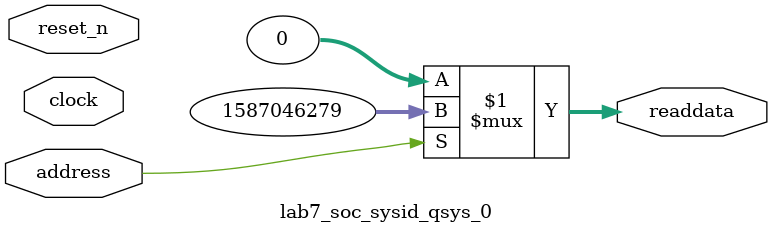
<source format=v>



// synthesis translate_off
`timescale 1ns / 1ps
// synthesis translate_on

// turn off superfluous verilog processor warnings 
// altera message_level Level1 
// altera message_off 10034 10035 10036 10037 10230 10240 10030 

module lab7_soc_sysid_qsys_0 (
               // inputs:
                address,
                clock,
                reset_n,

               // outputs:
                readdata
             )
;

  output  [ 31: 0] readdata;
  input            address;
  input            clock;
  input            reset_n;

  wire    [ 31: 0] readdata;
  //control_slave, which is an e_avalon_slave
  assign readdata = address ? 1587046279 : 0;

endmodule



</source>
